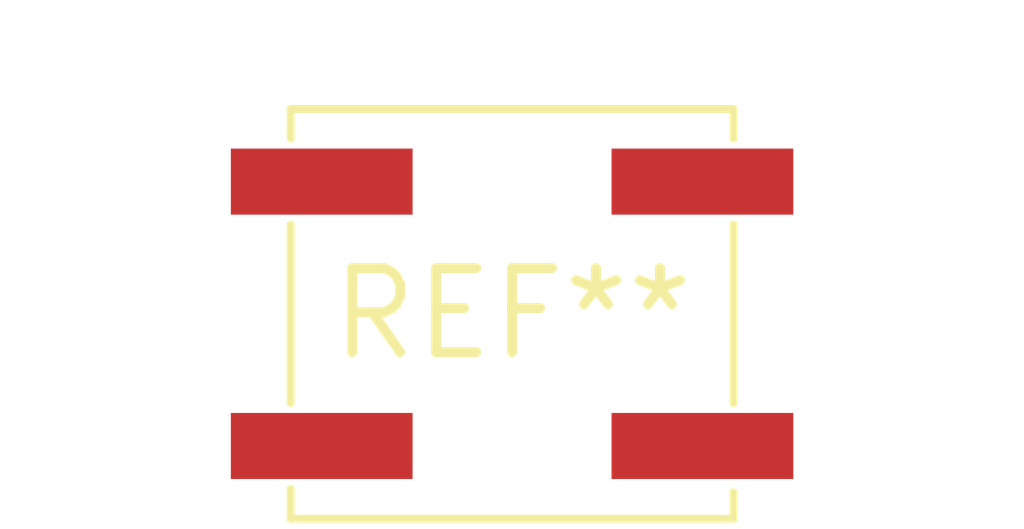
<source format=kicad_pcb>
(kicad_pcb (version 20240108) (generator pcbnew)
  (layers (0 "F.Cu" signal) (31 "B.Cu" signal) (34 "B.Paste" user) (35 "F.Paste" user) (36 "B.SilkS" user "B.Silkscreen") (37 "F.SilkS" user "F.Silkscreen") (38 "B.Mask" user) (39 "F.Mask" user) (44 "Edge.Cuts" user))
  (net 0 "")
  (footprint "SW_SPST_EVQP0" (layer "F.Cu") (at 0 0)
    (property "Reference" "REF**")
    (property "Value" "SW_SPST_EVQP0")
    (fp_line (start -3.35 -3.1) (end 3.35 -3.1) (layer "F.SilkS") (stroke (width 0.12)))
    (fp_line (start -3.35 -2.65) (end -3.35 -3.1) (layer "F.SilkS") (stroke (width 0.12)))
    (fp_line (start -3.35 1.35) (end -3.35 -1.35) (layer "F.SilkS") (stroke (width 0.12)))
    (fp_line (start -3.35 2.65) (end -3.35 3.1) (layer "F.SilkS") (stroke (width 0.12)))
    (fp_line (start -3.35 3.1) (end 3.35 3.1) (layer "F.SilkS") (stroke (width 0.12)))
    (fp_line (start 3.35 -3.1) (end 3.35 -2.65) (layer "F.SilkS") (stroke (width 0.12)))
    (fp_line (start 3.35 -1.35) (end 3.35 1.35) (layer "F.SilkS") (stroke (width 0.12)))
    (fp_line (start 3.35 3.1) (end 3.35 2.7) (layer "F.SilkS") (stroke (width 0.12)))
    (pad "1" smd rect (at -2.88 -2) (size 2.75 1) (layers "F.Cu" "F.Paste" "F.Mask"))
    (pad "1" smd rect (at 2.88 -2) (size 2.75 1) (layers "F.Cu" "F.Paste" "F.Mask"))
    (pad "2" smd rect (at -2.88 2) (size 2.75 1) (layers "F.Cu" "F.Paste" "F.Mask"))
    (pad "2" smd rect (at 2.88 2) (size 2.75 1) (layers "F.Cu" "F.Paste" "F.Mask"))
  )
)
</source>
